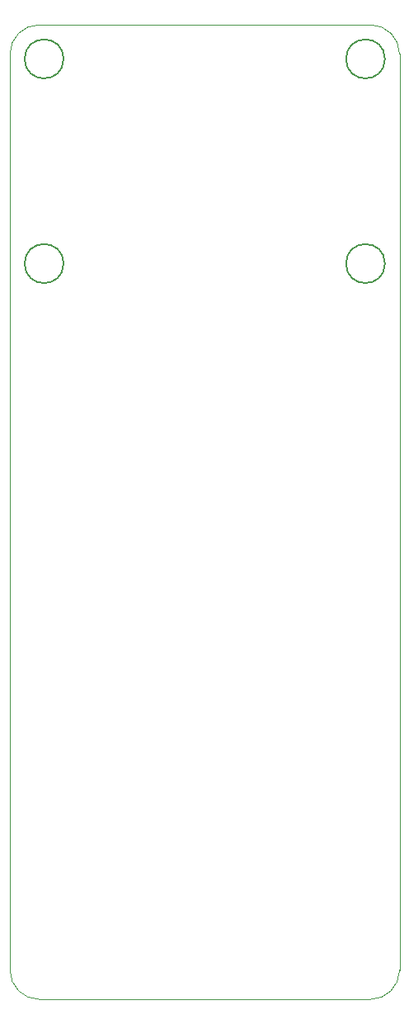
<source format=gbr>
%TF.GenerationSoftware,KiCad,Pcbnew,8.0.7*%
%TF.CreationDate,2025-04-08T16:05:58+09:00*%
%TF.ProjectId,Choc2,43686f63-322e-46b6-9963-61645f706362,rev?*%
%TF.SameCoordinates,Original*%
%TF.FileFunction,Profile,NP*%
%FSLAX46Y46*%
G04 Gerber Fmt 4.6, Leading zero omitted, Abs format (unit mm)*
G04 Created by KiCad (PCBNEW 8.0.7) date 2025-04-08 16:05:58*
%MOMM*%
%LPD*%
G01*
G04 APERTURE LIST*
%TA.AperFunction,Profile*%
%ADD10C,0.050000*%
%TD*%
%TA.AperFunction,Profile*%
%ADD11C,0.200000*%
%TD*%
G04 APERTURE END LIST*
D10*
X87000000Y-150000000D02*
X53000000Y-150000000D01*
X90000000Y-53000000D02*
X90000000Y-147000000D01*
D11*
X88500000Y-74500000D02*
G75*
G02*
X84500000Y-74500000I-2000000J0D01*
G01*
X84500000Y-74500000D02*
G75*
G02*
X88500000Y-74500000I2000000J0D01*
G01*
D10*
X50000000Y-147000000D02*
X50000000Y-53000000D01*
D11*
X55500000Y-53500000D02*
G75*
G02*
X51500000Y-53500000I-2000000J0D01*
G01*
X51500000Y-53500000D02*
G75*
G02*
X55500000Y-53500000I2000000J0D01*
G01*
D10*
X87000000Y-50000000D02*
G75*
G02*
X90000000Y-53000000I0J-3000000D01*
G01*
D11*
X55500000Y-74500000D02*
G75*
G02*
X51500000Y-74500000I-2000000J0D01*
G01*
X51500000Y-74500000D02*
G75*
G02*
X55500000Y-74500000I2000000J0D01*
G01*
D10*
X50000000Y-53000000D02*
G75*
G02*
X53000000Y-50000000I3000000J0D01*
G01*
D11*
X88500000Y-53500000D02*
G75*
G02*
X84500000Y-53500000I-2000000J0D01*
G01*
X84500000Y-53500000D02*
G75*
G02*
X88500000Y-53500000I2000000J0D01*
G01*
D10*
X53000000Y-50000000D02*
X87000000Y-50000000D01*
X90000000Y-147000000D02*
G75*
G02*
X87000000Y-150000000I-3000000J0D01*
G01*
X53000000Y-150000000D02*
G75*
G02*
X50000000Y-147000000I0J3000000D01*
G01*
M02*

</source>
